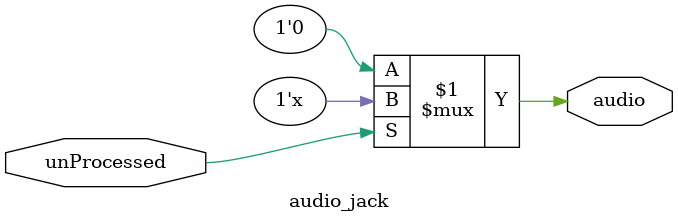
<source format=v>
`timescale 1ns / 1ps


module audio_jack(
    input unProcessed,
    output audio
    );
    
    assign audio = (unProcessed) ? 1'bz : 1'b0; 
endmodule

</source>
